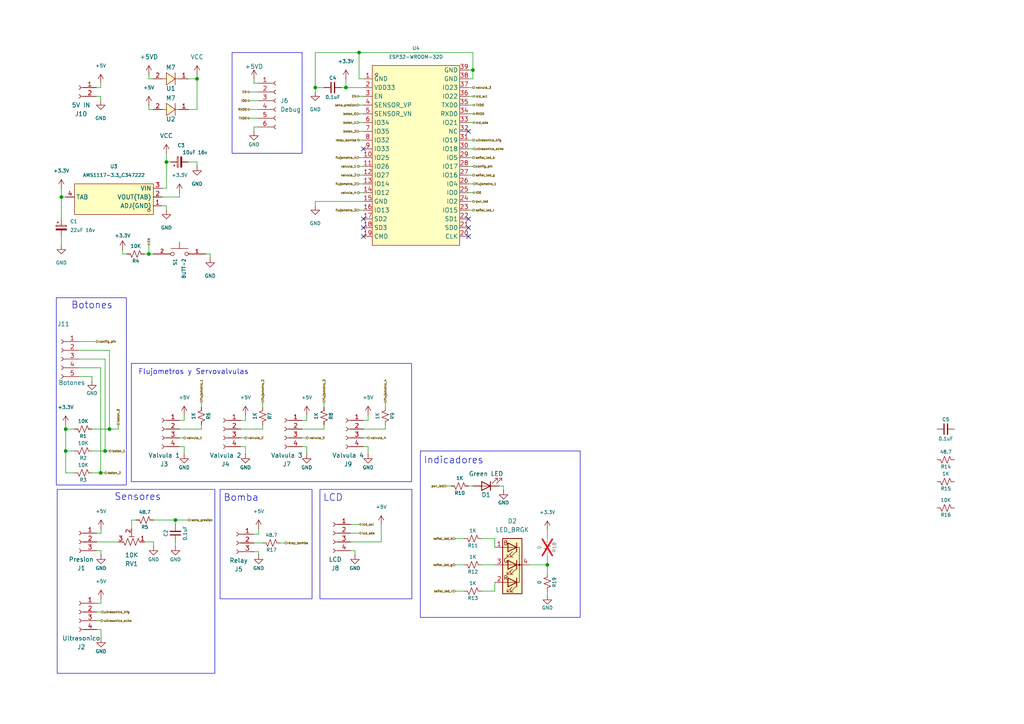
<source format=kicad_sch>
(kicad_sch (version 20250114) (generator "eeschema") (generator_version "9.0")
  (paper "A4")
  (lib_symbols
    (symbol "Connector:Conn_01x02_Socket" (pin_names (offset 1.016) (hide yes))
      (property "Reference" "J" (at 0 2.54 0))
      (property "Value" "Conn_01x02_Socket" (at 0 -5.08 0))
      (symbol "Conn_01x02_Socket_1_1"
        (pin passive line (at -5.08 0 0) (length 3.81) (name "Pin_1") (number "1"))
        (pin passive line (at -5.08 -2.54 0) (length 3.81) (name "Pin_2") (number "2"))
      )
    )
    (symbol "Connector:Conn_01x03_Socket" (pin_names (offset 1.016) (hide yes))
      (property "Reference" "J" (at 0 5.08 0))
      (property "Value" "Conn_01x03_Socket" (at 0 -5.08 0))
      (symbol "Conn_01x03_Socket_1_1"
        (pin passive line (at -5.08 2.54 0) (length 3.81) (name "Pin_1") (number "1"))
        (pin passive line (at -5.08 0 0) (length 3.81) (name "Pin_2") (number "2"))
        (pin passive line (at -5.08 -2.54 0) (length 3.81) (name "Pin_3") (number "3"))
      )
    )
    (symbol "Connector:Conn_01x04_Socket" (pin_names (offset 1.016) (hide yes))
      (property "Reference" "J" (at 0 5.08 0))
      (property "Value" "Conn_01x04_Socket" (at 0 -7.62 0))
      (symbol "Conn_01x04_Socket_1_1"
        (pin passive line (at -5.08 2.54 0) (length 3.81) (name "Pin_1") (number "1"))
        (pin passive line (at -5.08 0 0) (length 3.81) (name "Pin_2") (number "2"))
        (pin passive line (at -5.08 -2.54 0) (length 3.81) (name "Pin_3") (number "3"))
        (pin passive line (at -5.08 -5.08 0) (length 3.81) (name "Pin_4") (number "4"))
      )
    )
    (symbol "Connector:Conn_01x05_Socket" (pin_names (offset 1.016) (hide yes))
      (property "Reference" "J" (at 0 7.62 0))
      (property "Value" "Conn_01x05_Socket" (at 0 -7.62 0))
      (symbol "Conn_01x05_Socket_1_1"
        (pin passive line (at -5.08 5.08 0) (length 3.81) (name "Pin_1") (number "1"))
        (pin passive line (at -5.08 2.54 0) (length 3.81) (name "Pin_2") (number "2"))
        (pin passive line (at -5.08 0 0) (length 3.81) (name "Pin_3") (number "3"))
        (pin passive line (at -5.08 -2.54 0) (length 3.81) (name "Pin_4") (number "4"))
        (pin passive line (at -5.08 -5.08 0) (length 3.81) (name "Pin_5") (number "5"))
      )
    )
    (symbol "Connector:Conn_01x06_Socket" (pin_names (offset 1.016) (hide yes))
      (property "Reference" "J" (at 0 7.62 0))
      (property "Value" "Conn_01x06_Socket" (at 0 -10.16 0))
      (symbol "Conn_01x06_Socket_1_1"
        (pin passive line (at -5.08 5.08 0) (length 3.81) (name "Pin_1") (number "1"))
        (pin passive line (at -5.08 2.54 0) (length 3.81) (name "Pin_2") (number "2"))
        (pin passive line (at -5.08 0 0) (length 3.81) (name "Pin_3") (number "3"))
        (pin passive line (at -5.08 -2.54 0) (length 3.81) (name "Pin_4") (number "4"))
        (pin passive line (at -5.08 -5.08 0) (length 3.81) (name "Pin_5") (number "5"))
        (pin passive line (at -5.08 -7.62 0) (length 3.81) (name "Pin_6") (number "6"))
      )
    )
    (symbol "Device:C_Polarized_Small" (pin_numbers (hide yes)) (pin_names (offset 0.254) (hide yes))
      (property "Reference" "C" (at 0.254 1.778 0))
      (property "Value" "C_Polarized_Small" (at 0.254 -2.032 0))
      (symbol "C_Polarized_Small_1_1"
        (pin passive line (at 0 2.54 270) (length 1.8542) (name "~") (number "1"))
        (pin passive line (at 0 -2.54 90) (length 1.8542) (name "~") (number "2"))
      )
    )
    (symbol "Device:C_Small" (pin_numbers (hide yes)) (pin_names (offset 0.254) (hide yes))
      (property "Reference" "C" (at 0.254 1.778 0))
      (property "Value" "C_Small" (at 0.254 -2.032 0))
      (symbol "C_Small_1_1"
        (pin passive line (at 0 2.54 270) (length 2.032) (name "~") (number "1"))
        (pin passive line (at 0 -2.54 90) (length 2.032) (name "~") (number "2"))
      )
    )
    (symbol "Device:LED" (pin_numbers (hide yes)) (pin_names (offset 1.016) (hide yes))
      (property "Reference" "D" (at 0 2.54 0))
      (property "Value" "LED" (at 0 -2.54 0))
      (symbol "LED_1_1"
        (pin passive line (at -3.81 0 0) (length 2.54) (name "K") (number "1"))
        (pin passive line (at 3.81 0 180) (length 2.54) (name "A") (number "2"))
      )
    )
    (symbol "Device:LED_BRGK" (pin_names (offset 0) (hide yes))
      (property "Reference" "D" (at 0 9.398 0))
      (property "Value" "LED_BRGK" (at 0 -8.89 0))
      (symbol "LED_BRGK_0_0"
        (text "R" (at 1.905 3.81 0) (effects (font (size 1.27 1.27))))
        (text "G" (at 1.905 -1.27 0) (effects (font (size 1.27 1.27))))
        (text "B" (at 1.905 -6.35 0) (effects (font (size 1.27 1.27))))
      )
      (symbol "LED_BRGK_1_1"
        (pin passive line (at -5.08 0 0) (length 2.54) (name "K") (number "4"))
        (pin passive line (at 5.08 5.08 180) (length 2.54) (name "RA") (number "2"))
        (pin passive line (at 5.08 0 180) (length 2.54) (name "GA") (number "3"))
        (pin passive line (at 5.08 -5.08 180) (length 2.54) (name "BA") (number "1"))
      )
    )
    (symbol "Device:R_Potentiometer_Trim_US" (pin_names (offset 1.016) (hide yes))
      (property "Reference" "RV" (at -4.445 0 90))
      (property "Value" "R_Potentiometer_Trim_US" (at -2.54 0 90))
      (symbol "R_Potentiometer_Trim_US_1_1"
        (pin passive line (at 0 3.81 270) (length 1.27) (name "1") (number "1"))
        (pin passive line (at 0 -3.81 90) (length 1.27) (name "3") (number "3"))
        (pin passive line (at 3.81 0 180) (length 1.27) (name "2") (number "2"))
      )
    )
    (symbol "Device:R_Small_US" (pin_numbers (hide yes)) (pin_names (offset 0.254) (hide yes))
      (property "Reference" "R" (at 0.762 0.508 0))
      (property "Value" "R_Small_US" (at 0.762 -1.016 0))
      (symbol "R_Small_US_1_1"
        (pin passive line (at 0 2.54 270) (length 1.016) (name "~") (number "1"))
        (pin passive line (at 0 -2.54 90) (length 1.016) (name "~") (number "2"))
      )
    )
    (symbol "EasyEDA:AMS1117-3.3_C347222"
      (property "Reference" "U" (at 0 7.62 0))
      (property "Value" "AMS1117-3.3_C347222" (at 0 -7.62 0))
      (symbol "AMS1117-3.3_C347222_0_1"
        (pin unspecified line (at -15.24 2.54 0) (length 2.54) (name "ADJ(GND)") (number "1"))
        (pin unspecified line (at -15.24 0 0) (length 2.54) (name "VOUT(TAB)") (number "2"))
        (pin unspecified line (at -15.24 -2.54 0) (length 2.54) (name "VIN") (number "3"))
        (pin unspecified line (at 12.7 0 180) (length 2.54) (name "TAB") (number "4"))
      )
    )
    (symbol "EasyEDA:ESP32-WROOM-32D"
      (property "Reference" "U" (at 0 30.48 0))
      (property "Value" "ESP32-WROOM-32D" (at 0 -27.94 0))
      (symbol "ESP32-WROOM-32D_0_1"
        (pin unspecified line (at -15.24 22.86 0) (length 2.54) (name "GND") (number "1"))
        (pin unspecified line (at -15.24 20.32 0) (length 2.54) (name "VDD33") (number "2"))
        (pin unspecified line (at -15.24 17.78 0) (length 2.54) (name "EN") (number "3"))
        (pin unspecified line (at -15.24 15.24 0) (length 2.54) (name "SENSOR_VP") (number "4"))
        (pin unspecified line (at -15.24 12.7 0) (length 2.54) (name "SENSOR_VN") (number "5"))
        (pin unspecified line (at -15.24 10.16 0) (length 2.54) (name "IO34") (number "6"))
        (pin unspecified line (at -15.24 7.62 0) (length 2.54) (name "IO35") (number "7"))
        (pin unspecified line (at -15.24 5.08 0) (length 2.54) (name "IO32") (number "8"))
        (pin unspecified line (at -15.24 2.54 0) (length 2.54) (name "IO33") (number "9"))
        (pin unspecified line (at -15.24 0 0) (length 2.54) (name "IO25") (number "10"))
        (pin unspecified line (at -15.24 -2.54 0) (length 2.54) (name "IO26") (number "11"))
        (pin unspecified line (at -15.24 -5.08 0) (length 2.54) (name "IO27") (number "12"))
        (pin unspecified line (at -15.24 -7.62 0) (length 2.54) (name "IO14") (number "13"))
        (pin unspecified line (at -15.24 -10.16 0) (length 2.54) (name "IO12") (number "14"))
        (pin unspecified line (at -15.24 -12.7 0) (length 2.54) (name "GND") (number "15"))
        (pin unspecified line (at -15.24 -15.24 0) (length 2.54) (name "IO13") (number "16"))
        (pin unspecified line (at -15.24 -17.78 0) (length 2.54) (name "SD2") (number "17"))
        (pin unspecified line (at -15.24 -20.32 0) (length 2.54) (name "SD3") (number "18"))
        (pin unspecified line (at -15.24 -22.86 0) (length 2.54) (name "CMD") (number "19"))
        (pin unspecified line (at 15.24 25.4 180) (length 2.54) (name "GND") (number "39"))
        (pin unspecified line (at 15.24 22.86 180) (length 2.54) (name "GND") (number "38"))
        (pin unspecified line (at 15.24 20.32 180) (length 2.54) (name "IO23") (number "37"))
        (pin unspecified line (at 15.24 17.78 180) (length 2.54) (name "IO22") (number "36"))
        (pin unspecified line (at 15.24 15.24 180) (length 2.54) (name "TXD0") (number "35"))
        (pin unspecified line (at 15.24 12.7 180) (length 2.54) (name "RXD0") (number "34"))
        (pin unspecified line (at 15.24 10.16 180) (length 2.54) (name "IO21") (number "33"))
        (pin unspecified line (at 15.24 7.62 180) (length 2.54) (name "NC") (number "32"))
        (pin unspecified line (at 15.24 5.08 180) (length 2.54) (name "IO19") (number "31"))
        (pin unspecified line (at 15.24 2.54 180) (length 2.54) (name "IO18") (number "30"))
        (pin unspecified line (at 15.24 0 180) (length 2.54) (name "IO5") (number "29"))
        (pin unspecified line (at 15.24 -2.54 180) (length 2.54) (name "IO17") (number "28"))
        (pin unspecified line (at 15.24 -5.08 180) (length 2.54) (name "IO16") (number "27"))
        (pin unspecified line (at 15.24 -7.62 180) (length 2.54) (name "IO4") (number "26"))
        (pin unspecified line (at 15.24 -10.16 180) (length 2.54) (name "IO0") (number "25"))
        (pin unspecified line (at 15.24 -12.7 180) (length 2.54) (name "IO2") (number "24"))
        (pin unspecified line (at 15.24 -15.24 180) (length 2.54) (name "IO15") (number "23"))
        (pin unspecified line (at 15.24 -17.78 180) (length 2.54) (name "SD1") (number "22"))
        (pin unspecified line (at 15.24 -20.32 180) (length 2.54) (name "SD0") (number "21"))
        (pin unspecified line (at 15.24 -22.86 180) (length 2.54) (name "CLK") (number "20"))
      )
    )
    (symbol "EasyEDA:M7_C2902910"
      (property "Reference" "U" (at 0 5.08 0))
      (property "Value" "M7" (at 0 -5.08 0))
      (symbol "M7_C2902910_1_1"
        (pin unspecified line (at -5.08 0 0) (length 2.54) (name "") (number "1"))
        (pin unspecified line (at 5.08 0 180) (length 2.54) (name "") (number "2"))
      )
    )
    (symbol "Snapeda:BUTT-2" (pin_names (offset 1.016))
      (property "Reference" "S" (at -5.08 3.81 0))
      (property "Value" "BUTT-2" (at -5.08 -3.81 0))
      (symbol "BUTT-2_0_0"
        (pin passive line (at -7.62 0 0) (length 5.08) (name "~") (number "1"))
        (pin passive line (at 7.62 0 180) (length 5.08) (name "~") (number "2"))
      )
    )
    (symbol "power:+3.3V" (power) (pin_numbers (hide yes)) (pin_names (offset 0) (hide yes))
      (property "Value" "+3.3V" (at 0 3.556 0))
      (symbol "+3.3V_1_1"
        (pin power_in line (at 0 0 90) (length 0) (name "~") (number "1"))
      )
    )
    (symbol "power:+5V" (power) (pin_numbers (hide yes)) (pin_names (offset 0) (hide yes))
      (property "Value" "+5V" (at 0 3.556 0))
      (symbol "+5V_1_1"
        (pin power_in line (at 0 0 90) (length 0) (name "~") (number "1"))
      )
    )
    (symbol "power:+5VD" (power) (pin_numbers (hide yes)) (pin_names (offset 0) (hide yes))
      (property "Value" "+5VD" (at 0 3.556 0))
      (symbol "+5VD_1_1"
        (pin power_in line (at 0 0 90) (length 0) (name "~") (number "1"))
      )
    )
    (symbol "power:GND" (power) (pin_numbers (hide yes)) (pin_names (offset 0) (hide yes))
      (property "Value" "GND" (at 0 -3.81 0))
      (symbol "GND_1_1"
        (pin power_in line (at 0 0 270) (length 0) (name "~") (number "1"))
      )
    )
    (symbol "power:VCC" (power) (pin_numbers (hide yes)) (pin_names (offset 0) (hide yes))
      (property "Value" "VCC" (at 0 3.556 0))
      (symbol "VCC_1_1"
        (pin power_in line (at 0 0 90) (length 0) (name "~") (number "1"))
      )
    )
  )
  (rectangle (start 67.31 15.24) (end 87.63 44.45))
  (rectangle (start 16.3368 86.3599) (end 36.6568 140.6707))
  (rectangle (start 63.8348 141.9407) (end 90.5048 173.6907))
  (rectangle (start 92.7908 141.9407) (end 119.4608 173.6907))
  (rectangle (start 38.1 105.41) (end 119.38 139.7))
  (rectangle (start 121.92 130.81) (end 168.275 179.07))
  (rectangle (start 16.5908 141.9407) (end 62.3108 195.2807))
  (text "Botones" (at 26.67 88.646 0) (effects (font (size 2 2))))
  (text "Indicadores" (at 131.572 133.604 0) (effects (font (size 2 2))))
  (text "Bomba" (at 69.9308 144.4807 0) (effects (font (size 2 2))))
  (text "Flujometros y Servovalvulas" (at 56.134 107.95 0) (effects (font (size 1.5 1.5))))
  (text "Sensores" (at 39.9588 144.2267 0) (effects (font (size 2 2))))
  (text "LCD" (at 96.6008 144.4807 0) (effects (font (size 2 2))))
  (junction (at 104.14 15.24))
  (junction (at 158.75 163.83))
  (junction (at 100.33 25.4))
  (junction (at 48.26 46.99))
  (junction (at 43.18 73.66))
  (junction (at 30.48 130.81))
  (junction (at 19.05 124.46))
  (junction (at 50.8808 150.8307))
  (junction (at 137.16 20.32))
  (junction (at 19.05 130.81))
  (junction (at 31.75 124.46))
  (junction (at 29.21 137.16))
  (junction (at 17.78 57.15))
  (junction (at 57.15 22.86))
  (junction (at 91.44 25.4))
  (no_connect (at 105.41 43.18))
  (no_connect (at 105.41 68.58))
  (no_connect (at 135.89 38.1))
  (no_connect (at 135.89 66.04))
  (no_connect (at 105.41 63.5))
  (no_connect (at 135.89 68.58))
  (no_connect (at 105.41 66.04))
  (no_connect (at 135.89 63.5))
  (wire (pts (xy 135.89 25.4) (xy 137.16 25.4)))
  (wire (pts (xy 101.6808 152.1007) (xy 104.2208 152.1007)))
  (wire (pts (xy 91.44 15.24) (xy 91.44 25.4)))
  (wire (pts (xy 146.05 142.24) (xy 146.05 140.97)))
  (wire (pts (xy 93.98 123.19) (xy 93.98 124.46)))
  (wire (pts (xy 29.2908 153.3707) (xy 29.2908 154.6407)))
  (wire (pts (xy 52.07 127) (xy 53.34 127)))
  (wire (pts (xy 58.42 123.19) (xy 58.42 124.46)))
  (wire (pts (xy 38.1808 150.8307) (xy 39.4508 150.8307)))
  (wire (pts (xy 29.2908 185.1207) (xy 29.2908 182.5807)))
  (wire (pts (xy 91.44 59.69) (xy 91.44 58.42)))
  (wire (pts (xy 31.75 124.46) (xy 34.29 124.46)))
  (wire (pts (xy 35.56 72.39) (xy 35.56 73.66)))
  (wire (pts (xy 46.99 57.15) (xy 52.07 57.15)))
  (wire (pts (xy 75.0108 160.9907) (xy 75.0108 160.02)))
  (wire (pts (xy 87.63 127) (xy 88.9 127)))
  (wire (pts (xy 93.98 116.84) (xy 93.98 118.11)))
  (wire (pts (xy 48.26 46.99) (xy 48.26 54.61)))
  (wire (pts (xy 135.89 40.64) (xy 137.16 40.64)))
  (wire (pts (xy 22.86 109.22) (xy 26.67 109.22)))
  (wire (pts (xy 129.54 140.97) (xy 130.81 140.97)))
  (wire (pts (xy 137.16 20.32) (xy 137.16 15.24)))
  (wire (pts (xy 132.08 163.83) (xy 134.62 163.83)))
  (wire (pts (xy 143.51 156.21) (xy 143.51 158.75)))
  (wire (pts (xy 135.89 58.42) (xy 137.16 58.42)))
  (wire (pts (xy 104.14 40.64) (xy 105.41 40.64)))
  (wire (pts (xy 73.66 36.83) (xy 74.93 36.83)))
  (wire (pts (xy 28.0208 174.9607) (xy 29.2908 174.9607)))
  (wire (pts (xy 143.51 171.45) (xy 143.51 168.91)))
  (wire (pts (xy 54.61 46.99) (xy 57.15 46.99)))
  (wire (pts (xy 69.85 121.92) (xy 71.2008 121.92)))
  (wire (pts (xy 106.7608 129.54) (xy 105.41 129.54)))
  (wire (pts (xy 28.0208 177.5007) (xy 29.2908 177.5007)))
  (wire (pts (xy 76.2 123.19) (xy 76.2 124.46)))
  (wire (pts (xy 53.4208 129.54) (xy 52.07 129.54)))
  (wire (pts (xy 22.86 104.14) (xy 30.48 104.14)))
  (wire (pts (xy 135.89 35.56) (xy 137.16 35.56)))
  (wire (pts (xy 52.07 57.15) (xy 52.07 55.88)))
  (wire (pts (xy 135.89 45.72) (xy 137.16 45.72)))
  (wire (pts (xy 104.14 55.88) (xy 105.41 55.88)))
  (wire (pts (xy 104.14 60.96) (xy 105.41 60.96)))
  (wire (pts (xy 88.9808 129.54) (xy 87.63 129.54)))
  (wire (pts (xy 72.39 29.21) (xy 74.93 29.21)))
  (wire (pts (xy 135.89 20.32) (xy 137.16 20.32)))
  (wire (pts (xy 34.29 123.19) (xy 34.29 124.46)))
  (wire (pts (xy 29.21 27.94) (xy 27.94 27.94)))
  (wire (pts (xy 139.7 156.21) (xy 143.51 156.21)))
  (wire (pts (xy 43.18 30.48) (xy 43.18 31.75)))
  (wire (pts (xy 50.8808 150.8307) (xy 54.6908 150.8307)))
  (wire (pts (xy 57.15 22.86) (xy 57.15 31.75)))
  (wire (pts (xy 73.66 22.86) (xy 73.66 24.13)))
  (wire (pts (xy 106.7608 121.92) (xy 106.7608 120.3507)))
  (wire (pts (xy 139.7 171.45) (xy 143.51 171.45)))
  (wire (pts (xy 30.48 130.81) (xy 31.75 130.81)))
  (wire (pts (xy 48.26 59.69) (xy 48.26 60.96)))
  (wire (pts (xy 76.2 116.84) (xy 76.2 118.11)))
  (wire (pts (xy 71.2008 129.54) (xy 69.85 129.54)))
  (wire (pts (xy 137.16 22.86) (xy 137.16 20.32)))
  (wire (pts (xy 29.2908 154.6407) (xy 28.0208 154.6407)))
  (wire (pts (xy 26.67 109.22) (xy 26.67 110.49)))
  (wire (pts (xy 104.14 33.02) (xy 105.41 33.02)))
  (wire (pts (xy 110.5708 157.1807) (xy 101.6808 157.1807)))
  (wire (pts (xy 31.75 101.6) (xy 31.75 124.46)))
  (wire (pts (xy 53.4208 131.7807) (xy 53.4208 129.54)))
  (wire (pts (xy 50.8808 157.1807) (xy 50.8808 158.4507)))
  (wire (pts (xy 19.05 124.46) (xy 19.05 130.81)))
  (wire (pts (xy 44.5308 157.1807) (xy 41.9908 157.1807)))
  (wire (pts (xy 43.18 73.66) (xy 44.45 73.66)))
  (wire (pts (xy 73.66 24.13) (xy 74.93 24.13)))
  (wire (pts (xy 43.18 21.59) (xy 43.18 22.86)))
  (wire (pts (xy 158.75 171.45) (xy 158.75 172.72)))
  (wire (pts (xy 29.2908 159.7207) (xy 28.0208 159.7207)))
  (wire (pts (xy 104.14 15.24) (xy 104.14 22.86)))
  (wire (pts (xy 38.1808 153.3707) (xy 38.1808 150.8307)))
  (wire (pts (xy 135.89 48.26) (xy 137.16 48.26)))
  (wire (pts (xy 28.0208 180.0407) (xy 29.2908 180.0407)))
  (wire (pts (xy 132.08 171.45) (xy 134.62 171.45)))
  (wire (pts (xy 50.8808 150.8307) (xy 50.8808 152.1007)))
  (wire (pts (xy 52.07 121.92) (xy 53.4208 121.92)))
  (wire (pts (xy 69.85 127) (xy 71.12 127)))
  (wire (pts (xy 71.2008 121.92) (xy 71.2008 120.3507)))
  (wire (pts (xy 105.41 22.86) (xy 104.14 22.86)))
  (wire (pts (xy 104.14 45.72) (xy 105.41 45.72)))
  (wire (pts (xy 158.75 161.29) (xy 158.75 163.83)))
  (wire (pts (xy 30.48 104.14) (xy 30.48 130.81)))
  (wire (pts (xy 135.89 43.18) (xy 137.16 43.18)))
  (wire (pts (xy 73.66 157.48) (xy 76.2 157.48)))
  (wire (pts (xy 43.18 73.66) (xy 41.91 73.66)))
  (wire (pts (xy 135.89 140.97) (xy 137.16 140.97)))
  (wire (pts (xy 54.61 31.75) (xy 57.15 31.75)))
  (wire (pts (xy 104.14 53.34) (xy 105.41 53.34)))
  (wire (pts (xy 22.86 101.6) (xy 31.75 101.6)))
  (wire (pts (xy 132.08 156.21) (xy 134.62 156.21)))
  (wire (pts (xy 91.44 25.4) (xy 93.98 25.4)))
  (wire (pts (xy 87.63 121.92) (xy 88.9808 121.92)))
  (wire (pts (xy 100.33 22.86) (xy 100.33 25.4)))
  (wire (pts (xy 72.39 34.29) (xy 74.93 34.29)))
  (wire (pts (xy 28.0208 157.1807) (xy 34.3708 157.1807)))
  (wire (pts (xy 158.75 153.67) (xy 158.75 156.21)))
  (wire (pts (xy 104.14 48.26) (xy 105.41 48.26)))
  (wire (pts (xy 110.5708 152.1007) (xy 110.5708 157.1807)))
  (wire (pts (xy 101.6808 154.6407) (xy 104.2208 154.6407)))
  (wire (pts (xy 43.18 31.75) (xy 44.45 31.75)))
  (wire (pts (xy 135.89 60.96) (xy 137.16 60.96)))
  (wire (pts (xy 135.89 55.88) (xy 137.16 55.88)))
  (wire (pts (xy 76.2 124.46) (xy 69.85 124.46)))
  (wire (pts (xy 93.98 124.46) (xy 87.63 124.46)))
  (wire (pts (xy 91.44 58.42) (xy 105.41 58.42)))
  (wire (pts (xy 19.05 123.19) (xy 19.05 124.46)))
  (wire (pts (xy 146.05 140.97) (xy 144.78 140.97)))
  (wire (pts (xy 105.41 127) (xy 106.68 127)))
  (wire (pts (xy 27.94 25.4) (xy 29.21 25.4)))
  (wire (pts (xy 35.56 73.66) (xy 36.83 73.66)))
  (wire (pts (xy 46.99 59.69) (xy 48.26 59.69)))
  (wire (pts (xy 101.6808 159.7207) (xy 102.9508 159.7207)))
  (wire (pts (xy 105.41 121.92) (xy 106.7608 121.92)))
  (wire (pts (xy 29.21 24.13) (xy 29.21 25.4)))
  (wire (pts (xy 102.9508 159.7207) (xy 102.9508 160.9907)))
  (wire (pts (xy 58.42 124.46) (xy 52.07 124.46)))
  (wire (pts (xy 111.76 123.19) (xy 111.76 124.46)))
  (wire (pts (xy 135.89 30.48) (xy 137.16 30.48)))
  (wire (pts (xy 104.14 38.1) (xy 105.41 38.1)))
  (wire (pts (xy 29.21 29.21) (xy 29.21 27.94)))
  (wire (pts (xy 104.14 35.56) (xy 105.41 35.56)))
  (wire (pts (xy 106.7608 131.7807) (xy 106.7608 129.54)))
  (wire (pts (xy 137.16 15.24) (xy 104.14 15.24)))
  (wire (pts (xy 57.15 21.59) (xy 57.15 22.86)))
  (wire (pts (xy 21.59 130.81) (xy 19.05 130.81)))
  (wire (pts (xy 43.18 22.86) (xy 44.45 22.86)))
  (wire (pts (xy 29.21 137.16) (xy 30.48 137.16)))
  (wire (pts (xy 26.67 130.81) (xy 30.48 130.81)))
  (wire (pts (xy 53.4208 121.92) (xy 53.4208 120.3507)))
  (wire (pts (xy 48.26 44.45) (xy 48.26 46.99)))
  (wire (pts (xy 29.2908 160.9907) (xy 29.2908 159.7207)))
  (wire (pts (xy 72.39 26.67) (xy 74.93 26.67)))
  (wire (pts (xy 71.2008 131.7807) (xy 71.2008 129.54)))
  (wire (pts (xy 26.67 124.46) (xy 31.75 124.46)))
  (wire (pts (xy 111.76 116.84) (xy 111.76 118.11)))
  (wire (pts (xy 91.44 15.24) (xy 104.14 15.24)))
  (wire (pts (xy 111.76 124.46) (xy 105.41 124.46)))
  (wire (pts (xy 73.66 38.1) (xy 73.66 36.83)))
  (wire (pts (xy 104.14 30.48) (xy 105.41 30.48)))
  (wire (pts (xy 17.78 57.15) (xy 17.78 63.5)))
  (wire (pts (xy 88.9808 121.92) (xy 88.9808 120.3507)))
  (wire (pts (xy 29.2908 182.5807) (xy 28.0208 182.5807)))
  (wire (pts (xy 44.5308 150.8307) (xy 50.8808 150.8307)))
  (wire (pts (xy 57.15 46.99) (xy 57.15 48.26)))
  (wire (pts (xy 75.0108 154.94) (xy 75.0108 153.3707)))
  (wire (pts (xy 88.9808 131.7807) (xy 88.9808 129.54)))
  (wire (pts (xy 44.5308 158.4507) (xy 44.5308 157.1807)))
  (wire (pts (xy 91.44 26.67) (xy 91.44 25.4)))
  (wire (pts (xy 57.15 22.86) (xy 54.61 22.86)))
  (wire (pts (xy 59.69 73.66) (xy 60.96 73.66)))
  (wire (pts (xy 60.96 73.66) (xy 60.96 74.93)))
  (wire (pts (xy 22.86 99.06) (xy 27.94 99.06)))
  (wire (pts (xy 29.21 106.68) (xy 29.21 137.16)))
  (wire (pts (xy 72.39 31.75) (xy 74.93 31.75)))
  (wire (pts (xy 21.59 137.16) (xy 19.05 137.16)))
  (wire (pts (xy 100.33 25.4) (xy 105.41 25.4)))
  (wire (pts (xy 46.99 54.61) (xy 48.26 54.61)))
  (wire (pts (xy 158.75 163.83) (xy 158.75 166.37)))
  (wire (pts (xy 104.14 50.8) (xy 105.41 50.8)))
  (wire (pts (xy 17.78 57.15) (xy 19.05 57.15)))
  (wire (pts (xy 81.28 157.48) (xy 82.55 157.48)))
  (wire (pts (xy 19.05 124.46) (xy 21.59 124.46)))
  (wire (pts (xy 22.86 106.68) (xy 29.21 106.68)))
  (wire (pts (xy 75.0108 154.94) (xy 73.66 154.94)))
  (wire (pts (xy 135.89 27.94) (xy 137.16 27.94)))
  (wire (pts (xy 29.2908 174.9607) (xy 29.2908 173.6907)))
  (wire (pts (xy 135.89 50.8) (xy 137.16 50.8)))
  (wire (pts (xy 43.18 71.12) (xy 43.18 73.66)))
  (wire (pts (xy 135.89 53.34) (xy 137.16 53.34)))
  (wire (pts (xy 19.05 130.81) (xy 19.05 137.16)))
  (wire (pts (xy 17.78 68.58) (xy 17.78 71.12)))
  (wire (pts (xy 139.7 163.83) (xy 143.51 163.83)))
  (wire (pts (xy 48.26 46.99) (xy 49.53 46.99)))
  (wire (pts (xy 135.89 33.02) (xy 137.16 33.02)))
  (wire (pts (xy 99.06 25.4) (xy 100.33 25.4)))
  (wire (pts (xy 26.67 137.16) (xy 29.21 137.16)))
  (wire (pts (xy 135.89 22.86) (xy 137.16 22.86)))
  (wire (pts (xy 104.14 27.94) (xy 105.41 27.94)))
  (wire (pts (xy 17.78 57.15) (xy 17.78 54.61)))
  (wire (pts (xy 153.67 163.83) (xy 158.75 163.83)))
  (wire (pts (xy 75.0108 160.02) (xy 73.66 160.02)))
  (wire (pts (xy 58.42 116.84) (xy 58.42 118.11)))
  (hierarchical_label "señal_led_r" (shape output) (at 137.16 60.96 0) (effects (font (size 0.635 0.635))))
  (hierarchical_label "ultrasonico_echo" (shape input) (at 137.16 43.18 0) (effects (font (size 0.635 0.635))))
  (hierarchical_label "señal_led_r" (shape input) (at 132.08 171.45 180) (effects (font (size 0.635 0.635))))
  (hierarchical_label "EN" (shape bidirectional) (at 104.14 27.94 180) (effects (font (size 0.635 0.635))))
  (hierarchical_label "flujometro_2" (shape input) (at 76.2 116.84 90) (effects (font (size 0.635 0.635))))
  (hierarchical_label "valvula_4" (shape output) (at 104.14 55.88 180) (effects (font (size 0.635 0.635))))
  (hierarchical_label "boton_2" (shape output) (at 30.48 137.16 0) (effects (font (size 0.635 0.635))))
  (hierarchical_label "valvula_3" (shape output) (at 88.9 127 0) (effects (font (size 0.635 0.635))))
  (hierarchical_label "ultrasonico_echo" (shape output) (at 29.2908 180.0407 0) (effects (font (size 0.635 0.635))))
  (hierarchical_label "pwr_led" (shape output) (at 137.16 58.42 0) (effects (font (size 0.635 0.635))))
  (hierarchical_label "señal_led_b" (shape output) (at 137.16 45.72 0) (effects (font (size 0.635 0.635))))
  (hierarchical_label "config_pin" (shape output) (at 27.94 99.06 0) (effects (font (size 0.635 0.635))))
  (hierarchical_label "relay_bomba" (shape input) (at 82.55 157.48 0) (effects (font (size 0.635 0.635))))
  (hierarchical_label "valvula_1" (shape output) (at 104.14 48.26 180) (effects (font (size 0.635 0.635))))
  (hierarchical_label "RXD0" (shape bidirectional) (at 72.39 31.75 180) (effects (font (size 0.635 0.635))))
  (hierarchical_label "lcd_scl" (shape bidirectional) (at 104.2208 152.1007 0) (effects (font (size 0.635 0.635))))
  (hierarchical_label "ultrasonico_trig" (shape input) (at 29.2908 177.5007 0) (effects (font (size 0.635 0.635))))
  (hierarchical_label "IO0" (shape bidirectional) (at 72.39 29.21 180) (effects (font (size 0.635 0.635))))
  (hierarchical_label "flujometro_2" (shape input) (at 104.14 53.34 180) (effects (font (size 0.635 0.635))))
  (hierarchical_label "lcd_sda" (shape bidirectional) (at 137.16 35.56 0) (effects (font (size 0.635 0.635))))
  (hierarchical_label "config_pin" (shape input) (at 137.16 48.26 0) (effects (font (size 0.635 0.635))))
  (hierarchical_label "ultrasonico_trig" (shape output) (at 137.16 40.64 0) (effects (font (size 0.635 0.635))))
  (hierarchical_label "señal_led_g" (shape output) (at 137.16 50.8 0) (effects (font (size 0.635 0.635))))
  (hierarchical_label "valvula_3" (shape output) (at 137.16 25.4 0) (effects (font (size 0.635 0.635))))
  (hierarchical_label "TXD0" (shape bidirectional) (at 137.16 30.48 0) (effects (font (size 0.635 0.635))))
  (hierarchical_label "valvula_2" (shape output) (at 71.12 127 0) (effects (font (size 0.635 0.635))))
  (hierarchical_label "boton_0" (shape input) (at 104.14 33.02 180) (effects (font (size 0.635 0.635))))
  (hierarchical_label "TXD0" (shape bidirectional) (at 72.39 34.29 180) (effects (font (size 0.635 0.635))))
  (hierarchical_label "flujometro_3" (shape input) (at 104.14 60.96 180) (effects (font (size 0.635 0.635))))
  (hierarchical_label "flujometro_1" (shape input) (at 58.42 116.84 90) (effects (font (size 0.635 0.635))))
  (hierarchical_label "señal_led_b" (shape input) (at 132.08 156.21 180) (effects (font (size 0.635 0.635))))
  (hierarchical_label "RXD0" (shape bidirectional) (at 137.16 33.02 0) (effects (font (size 0.635 0.635))))
  (hierarchical_label "boton_1" (shape input) (at 104.14 35.56 180) (effects (font (size 0.635 0.635))))
  (hierarchical_label "lcd_sda" (shape bidirectional) (at 104.2208 154.6407 0) (effects (font (size 0.635 0.635))))
  (hierarchical_label "flujometro_3" (shape input) (at 93.98 116.84 90) (effects (font (size 0.635 0.635))))
  (hierarchical_label "valvula_1" (shape output) (at 53.34 127 0) (effects (font (size 0.635 0.635))))
  (hierarchical_label "flujometro_4" (shape input) (at 104.14 45.72 180) (effects (font (size 0.635 0.635))))
  (hierarchical_label "valvula_4" (shape output) (at 106.68 127 0) (effects (font (size 0.635 0.635))))
  (hierarchical_label "pwr_led" (shape input) (at 129.54 140.97 180) (effects (font (size 0.635 0.635))))
  (hierarchical_label "boton_1" (shape output) (at 31.75 130.81 0) (effects (font (size 0.635 0.635))))
  (hierarchical_label "IO0" (shape bidirectional) (at 137.16 55.88 0) (effects (font (size 0.635 0.635))))
  (hierarchical_label "boton_2" (shape input) (at 104.14 38.1 180) (effects (font (size 0.635 0.635))))
  (hierarchical_label "flujometro_4" (shape input) (at 111.76 116.84 90) (effects (font (size 0.635 0.635))))
  (hierarchical_label "relay_bomba" (shape output) (at 104.14 40.64 180) (effects (font (size 0.635 0.635))))
  (hierarchical_label "sens_presion" (shape input) (at 104.14 30.48 180) (effects (font (size 0.635 0.635))))
  (hierarchical_label "boton_0" (shape output) (at 34.29 123.19 90) (effects (font (size 0.635 0.635))))
  (hierarchical_label "EN" (shape bidirectional) (at 43.18 71.12 90) (effects (font (size 0.635 0.635))))
  (hierarchical_label "lcd_scl" (shape bidirectional) (at 137.16 27.94 0) (effects (font (size 0.635 0.635))))
  (hierarchical_label "EN" (shape bidirectional) (at 72.39 26.67 180) (effects (font (size 0.635 0.635))))
  (hierarchical_label "flujometro_1" (shape input) (at 137.16 53.34 0) (effects (font (size 0.635 0.635))))
  (hierarchical_label "valvula_2" (shape output) (at 104.14 50.8 180) (effects (font (size 0.635 0.635))))
  (hierarchical_label "señal_led_g" (shape input) (at 132.08 163.83 180) (effects (font (size 0.635 0.635))))
  (hierarchical_label "sens_presion" (shape output) (at 54.6908 150.8307 0) (effects (font (size 0.635 0.635))))
  (symbol (lib_id "Connector:Conn_01x04_Socket") (at 100.33 124.46 0) (mirror y) (unit 1)
    (property "Reference" "J9" (at 100.965 134.62 0))
    (property "Value" "Valvula 4" (at 100.965 132.08 0))
    (property "Footprint" "Connector_Molex:Molex_KK-254_AE-6410-04A_1x04_P2.54mm_Vertical" (effects (hide yes)))
    (property "Description" "Generic connector, single row, 01x04, script generated" (effects (hide yes)))
  )
  (symbol (lib_id "Connector:Conn_01x04_Socket") (at 82.55 124.46 0) (mirror y) (unit 1)
    (property "Reference" "J7" (at 83.185 134.62 0))
    (property "Value" "Valvula 3" (at 83.185 132.08 0))
    (property "Footprint" "Connector_Molex:Molex_KK-254_AE-6410-04A_1x04_P2.54mm_Vertical" (effects (hide yes)))
    (property "Description" "Generic connector, single row, 01x04, script generated" (effects (hide yes)))
  )
  (symbol (lib_id "power:GND") (at 57.15 48.26 0) (unit 1)
    (property "Reference" "#PWR023" (effects (hide yes)))
    (property "Value" "GND" (at 57.15 53.34 0) (effects (font (size 1 1))))
    (property "Description" "Power symbol creates a global label with name \"GND\" , ground" (effects (hide yes)))
  )
  (symbol (lib_id "Device:R_Small_US") (at 137.16 163.83 90) (mirror x) (unit 1)
    (property "Reference" "R12" (at 137.16 165.862 90) (effects (font (size 1 1))))
    (property "Value" "1K" (at 137.16 161.544 90) (effects (font (size 1 1))))
    (property "Footprint" "Resistor_SMD:R_0805_2012Metric_Pad1.20x1.40mm_HandSolder" (effects (hide yes)))
    (property "Description" "Resistor, small US symbol" (effects (hide yes)))
  )
  (symbol (lib_id "Device:R_Small_US") (at 274.32 139.7 90) (mirror x) (unit 1) (in_bom no) (on_board no)
    (property "Reference" "R15" (at 274.32 141.732 90) (effects (font (size 1 1))))
    (property "Value" "1K" (at 274.32 137.414 90) (effects (font (size 1 1))))
    (property "Footprint" "Resistor_SMD:R_0805_2012Metric_Pad1.20x1.40mm_HandSolder" (effects (hide yes)))
    (property "Description" "Resistor, small US symbol" (effects (hide yes)))
  )
  (symbol (lib_id "Device:R_Small_US") (at 133.35 140.97 90) (mirror x) (unit 1)
    (property "Reference" "R10" (at 133.35 143.002 90) (effects (font (size 1 1))))
    (property "Value" "1K" (at 133.35 138.684 90) (effects (font (size 1 1))))
    (property "Footprint" "Resistor_SMD:R_0805_2012Metric_Pad1.20x1.40mm_HandSolder" (effects (hide yes)))
    (property "Description" "Resistor, small US symbol" (effects (hide yes)))
  )
  (symbol (lib_id "Device:R_Small_US") (at 274.32 147.32 90) (mirror x) (unit 1) (in_bom no) (on_board no)
    (property "Reference" "R16" (at 274.32 149.352 90) (effects (font (size 1 1))))
    (property "Value" "10K" (at 274.32 145.034 90) (effects (font (size 1 1))))
    (property "Footprint" "Resistor_SMD:R_0805_2012Metric_Pad1.20x1.40mm_HandSolder" (effects (hide yes)))
    (property "Description" "Resistor, small US symbol" (effects (hide yes)))
  )
  (symbol (lib_id "power:GND") (at 158.75 172.72 0) (unit 1)
    (property "Reference" "#PWR041" (effects (hide yes)))
    (property "Value" "GND" (at 158.75 176.276 0) (effects (font (size 1 1))))
    (property "Description" "Power symbol creates a global label with name \"GND\" , ground" (effects (hide yes)))
  )
  (symbol (lib_id "power:GND") (at 29.2908 160.9907 0) (unit 1)
    (property "Reference" "#PWR011" (effects (hide yes)))
    (property "Value" "GND" (at 29.2908 164.8007 0) (effects (font (size 1 1))))
    (property "Description" "Power symbol creates a global label with name \"GND\" , ground" (effects (hide yes)))
  )
  (symbol (lib_id "power:GND") (at 102.9508 160.9907 0) (unit 1)
    (property "Reference" "#PWR036" (effects (hide yes)))
    (property "Value" "GND" (at 102.9508 164.8007 0) (effects (font (size 1 1))))
    (property "Description" "Power symbol creates a global label with name \"GND\" , ground" (effects (hide yes)))
  )
  (symbol (lib_id "power:+5VD") (at 43.18 21.59 0) (unit 1)
    (property "Reference" "#PWR01" (effects (hide yes)))
    (property "Value" "+5VD" (at 43.18 16.51 0))
    (property "Description" "Power symbol creates a global label with name \"+5VD\"" (effects (hide yes)))
  )
  (symbol (lib_id "Device:C_Polarized_Small") (at 52.07 46.99 90) (unit 1)
    (property "Reference" "C3" (at 53.594 42.164 90) (effects (font (size 1 1)) (justify left)))
    (property "Value" "10uF 16v" (at 60.198 44.196 90) (effects (font (size 1 1)) (justify left)))
    (property "Footprint" "Capacitor_THT:CP_Radial_D6.3mm_P2.50mm" (effects (hide yes)))
    (property "Description" "Polarized capacitor, small symbol" (effects (hide yes)))
  )
  (symbol (lib_id "power:+5V") (at 43.18 30.48 0) (unit 1)
    (property "Reference" "#PWR02" (effects (hide yes)))
    (property "Value" "+5V" (at 43.18 25.4 0) (effects (font (size 1 1))))
    (property "Description" "Power symbol creates a global label with name \"+5V\"" (effects (hide yes)))
  )
  (symbol (lib_id "power:+5V") (at 29.2908 173.6907 0) (unit 1)
    (property "Reference" "#PWR012" (effects (hide yes)))
    (property "Value" "+5V" (at 29.2908 168.6107 0) (effects (font (size 1 1))))
    (property "Description" "Power symbol creates a global label with name \"+5V\"" (effects (hide yes)))
  )
  (symbol (lib_id "Device:R_Potentiometer_Trim_US") (at 38.1808 157.1807 270) (mirror x) (unit 1)
    (property "Reference" "RV1" (at 38.1808 163.5307 90))
    (property "Value" "10K" (at 38.1808 160.9907 90))
    (property "Footprint" "Potentiometer_THT:Potentiometer_Runtron_RM-065_Vertical" (effects (hide yes)))
    (property "Description" "Trim-potentiometer, US symbol" (effects (hide yes)))
  )
  (symbol (lib_id "Device:R_Small_US") (at 76.2 120.65 0) (mirror x) (unit 1)
    (property "Reference" "R7" (at 78.232 120.65 90) (effects (font (size 1 1))))
    (property "Value" "1K" (at 73.914 120.65 90) (effects (font (size 1 1))))
    (property "Footprint" "Resistor_SMD:R_0805_2012Metric_Pad1.20x1.40mm_HandSolder" (effects (hide yes)))
    (property "Description" "Resistor, small US symbol" (effects (hide yes)))
  )
  (symbol (lib_id "power:+5VD") (at 73.66 22.86 0) (unit 1)
    (property "Reference" "#PWR027" (effects (hide yes)))
    (property "Value" "+5VD" (at 73.66 19.304 0))
    (property "Description" "Power symbol creates a global label with name \"+5VD\"" (effects (hide yes)))
  )
  (symbol (lib_id "Device:R_Small_US") (at 93.98 120.65 0) (mirror x) (unit 1)
    (property "Reference" "R8" (at 96.012 120.65 90) (effects (font (size 1 1))))
    (property "Value" "1K" (at 91.694 120.65 90) (effects (font (size 1 1))))
    (property "Footprint" "Resistor_SMD:R_0805_2012Metric_Pad1.20x1.40mm_HandSolder" (effects (hide yes)))
    (property "Description" "Resistor, small US symbol" (effects (hide yes)))
  )
  (symbol (lib_id "power:+5V") (at 75.0108 153.3707 0) (unit 1)
    (property "Reference" "#PWR029" (effects (hide yes)))
    (property "Value" "+5V" (at 75.0108 148.2907 0) (effects (font (size 1 1))))
    (property "Description" "Power symbol creates a global label with name \"+5V\"" (effects (hide yes)))
  )
  (symbol (lib_id "power:GND") (at 17.78 71.12 0) (unit 1)
    (property "Reference" "#PWR04" (effects (hide yes)))
    (property "Value" "GND" (at 17.78 76.2 0) (effects (font (size 1 1))))
    (property "Description" "Power symbol creates a global label with name \"GND\" , ground" (effects (hide yes)))
  )
  (symbol (lib_id "power:+3.3V") (at 17.78 54.61 0) (unit 1)
    (property "Reference" "#PWR03" (effects (hide yes)))
    (property "Value" "+3.3V" (at 17.78 49.53 0) (effects (font (size 1 1))))
    (property "Description" "Power symbol creates a global label with name \"+3.3V\"" (effects (hide yes)))
  )
  (symbol (lib_id "power:GND") (at 60.96 74.93 0) (mirror y) (unit 1)
    (property "Reference" "#PWR024" (effects (hide yes)))
    (property "Value" "GND" (at 60.96 80.01 0) (effects (font (size 1 1))))
    (property "Description" "Power symbol creates a global label with name \"GND\" , ground" (effects (hide yes)))
  )
  (symbol (lib_id "Connector:Conn_01x03_Socket") (at 22.9408 157.1807 0) (mirror y) (unit 1)
    (property "Reference" "J1" (at 23.5758 164.8007 0))
    (property "Value" "Presion" (at 23.5758 162.2607 0))
    (property "Footprint" "Connector_Molex:Molex_KK-254_AE-6410-03A_1x03_P2.54mm_Vertical" (effects (hide yes)))
    (property "Description" "Generic connector, single row, 01x03, script generated" (effects (hide yes)))
  )
  (symbol (lib_id "Device:R_Small_US") (at 41.9908 150.8307 90) (mirror x) (unit 1)
    (property "Reference" "R5" (at 41.9908 152.8627 90) (effects (font (size 1 1))))
    (property "Value" "48.7" (at 41.9908 148.5447 90) (effects (font (size 1 1))))
    (property "Footprint" "Resistor_SMD:R_0805_2012Metric_Pad1.20x1.40mm_HandSolder" (effects (hide yes)))
    (property "Description" "Resistor, small US symbol" (effects (hide yes)))
  )
  (symbol (lib_id "Connector:Conn_01x04_Socket") (at 46.99 124.46 0) (mirror y) (unit 1)
    (property "Reference" "J3" (at 47.625 134.62 0))
    (property "Value" "Valvula 1" (at 47.625 132.08 0))
    (property "Footprint" "Connector_Molex:Molex_KK-254_AE-6410-04A_1x04_P2.54mm_Vertical" (effects (hide yes)))
    (property "Description" "Generic connector, single row, 01x04, script generated" (effects (hide yes)))
  )
  (symbol (lib_id "Device:R_Small_US") (at 58.42 120.65 0) (mirror x) (unit 1)
    (property "Reference" "R6" (at 60.452 120.65 90) (effects (font (size 1 1))))
    (property "Value" "1K" (at 56.134 120.65 90) (effects (font (size 1 1))))
    (property "Footprint" "Resistor_SMD:R_0805_2012Metric_Pad1.20x1.40mm_HandSolder" (effects (hide yes)))
    (property "Description" "Resistor, small US symbol" (effects (hide yes)))
  )
  (symbol (lib_id "power:+3.3V") (at 52.07 55.88 0) (unit 1)
    (property "Reference" "#PWR020" (effects (hide yes)))
    (property "Value" "+3.3V" (at 52.07 50.8 0) (effects (font (size 1 1))))
    (property "Description" "Power symbol creates a global label with name \"+3.3V\"" (effects (hide yes)))
  )
  (symbol (lib_id "Device:R_Small_US") (at 39.37 73.66 90) (mirror x) (unit 1)
    (property "Reference" "R4" (at 39.37 75.692 90) (effects (font (size 1 1))))
    (property "Value" "10K" (at 39.37 71.374 90) (effects (font (size 1 1))))
    (property "Footprint" "Resistor_SMD:R_0805_2012Metric_Pad1.20x1.40mm_HandSolder" (effects (hide yes)))
    (property "Description" "Resistor, small US symbol" (effects (hide yes)))
  )
  (symbol (lib_id "power:VCC") (at 57.15 21.59 0) (unit 1)
    (property "Reference" "#PWR014" (effects (hide yes)))
    (property "Value" "VCC" (at 57.15 16.51 0))
    (property "Description" "Power symbol creates a global label with name \"VCC\"" (effects (hide yes)))
  )
  (symbol (lib_id "power:GND") (at 29.21 29.21 0) (unit 1)
    (property "Reference" "#PWR043" (effects (hide yes)))
    (property "Value" "GND" (at 29.21 34.29 0) (effects (font (size 1 1))))
    (property "Description" "Power symbol creates a global label with name \"GND\" , ground" (effects (hide yes)))
  )
  (symbol (lib_id "Device:R_Small_US") (at 24.13 130.81 90) (mirror x) (unit 1)
    (property "Reference" "R2" (at 24.13 132.842 90) (effects (font (size 1 1))))
    (property "Value" "10K" (at 24.13 128.524 90) (effects (font (size 1 1))))
    (property "Footprint" "Resistor_SMD:R_0805_2012Metric_Pad1.20x1.40mm_HandSolder" (effects (hide yes)))
    (property "Description" "Resistor, small US symbol" (effects (hide yes)))
  )
  (symbol (lib_id "power:+3.3V") (at 19.05 123.19 0) (unit 1)
    (property "Reference" "#PWR05" (effects (hide yes)))
    (property "Value" "+3.3V" (at 19.05 118.11 0) (effects (font (size 1 1))))
    (property "Description" "Power symbol creates a global label with name \"+3.3V\"" (effects (hide yes)))
  )
  (symbol (lib_id "Device:R_Small_US") (at 111.76 120.65 0) (mirror x) (unit 1)
    (property "Reference" "R9" (at 113.792 120.65 90) (effects (font (size 1 1))))
    (property "Value" "1K" (at 109.474 120.65 90) (effects (font (size 1 1))))
    (property "Footprint" "Resistor_SMD:R_0805_2012Metric_Pad1.20x1.40mm_HandSolder" (effects (hide yes)))
    (property "Description" "Resistor, small US symbol" (effects (hide yes)))
  )
  (symbol (lib_id "EasyEDA:M7_C2902910") (at 49.53 22.86 180) (unit 1)
    (property "Reference" "U1" (at 49.53 25.654 0))
    (property "Value" "M7" (at 49.53 19.558 0))
    (property "Footprint" "EasyEDA:SMA_L4.5-W2.7-LS5.1-RD" (effects (hide yes)))
    (property "LCSC Part" "C2902910" (effects (hide yes)))
  )
  (symbol (lib_id "Device:R_Small_US") (at 78.74 157.48 90) (mirror x) (unit 1)
    (property "Reference" "R17" (at 78.74 159.512 90) (effects (font (size 1 1))))
    (property "Value" "48.7" (at 78.74 155.194 90) (effects (font (size 1 1))))
    (property "Footprint" "Resistor_SMD:R_0805_2012Metric_Pad1.20x1.40mm_HandSolder" (effects (hide yes)))
    (property "Description" "Resistor, small US symbol" (effects (hide yes)))
  )
  (symbol (lib_id "Device:LED") (at 140.97 140.97 180) (unit 1)
    (property "Reference" "D1" (at 140.97 143.51 0))
    (property "Value" "Green LED" (at 140.97 137.414 0))
    (property "Footprint" "LED_THT:LED_D5.0mm_Clear" (effects (hide yes)))
    (property "Description" "Light emitting diode" (effects (hide yes)))
    (property "Sim.Pins" "1=K 2=A" (effects (hide yes)))
  )
  (symbol (lib_id "Device:R_Small_US") (at 137.16 171.45 90) (mirror x) (unit 1)
    (property "Reference" "R13" (at 137.16 173.482 90) (effects (font (size 1 1))))
    (property "Value" "1K" (at 137.16 169.164 90) (effects (font (size 1 1))))
    (property "Footprint" "Resistor_SMD:R_0805_2012Metric_Pad1.20x1.40mm_HandSolder" (effects (hide yes)))
    (property "Description" "Resistor, small US symbol" (effects (hide yes)))
  )
  (symbol (lib_id "power:GND") (at 106.7608 131.7807 0) (unit 1)
    (property "Reference" "#PWR038" (effects (hide yes)))
    (property "Value" "GND" (at 106.7608 135.5907 0) (effects (font (size 1 1))))
    (property "Description" "Power symbol creates a global label with name \"GND\" , ground" (effects (hide yes)))
  )
  (symbol (lib_id "power:GND") (at 146.05 142.24 0) (unit 1)
    (property "Reference" "#PWR040" (effects (hide yes)))
    (property "Value" "GND" (at 146.05 145.796 0) (effects (font (size 1 1))))
    (property "Description" "Power symbol creates a global label with name \"GND\" , ground" (effects (hide yes)))
  )
  (symbol (lib_id "power:+5V") (at 88.9808 120.3507 0) (unit 1)
    (property "Reference" "#PWR031" (effects (hide yes)))
    (property "Value" "+5V" (at 88.9808 115.2707 0) (effects (font (size 1 1))))
    (property "Description" "Power symbol creates a global label with name \"+5V\"" (effects (hide yes)))
  )
  (symbol (lib_id "power:+5V") (at 106.7608 120.3507 0) (unit 1)
    (property "Reference" "#PWR037" (effects (hide yes)))
    (property "Value" "+5V" (at 106.7608 115.2707 0) (effects (font (size 1 1))))
    (property "Description" "Power symbol creates a global label with name \"+5V\"" (effects (hide yes)))
  )
  (symbol (lib_id "power:+3.3V") (at 158.75 153.67 0) (unit 1)
    (property "Reference" "#PWR044" (effects (hide yes)))
    (property "Value" "+3.3V" (at 158.75 148.59 0) (effects (font (size 1 1))))
    (property "Description" "Power symbol creates a global label with name \"+3.3V\"" (effects (hide yes)))
  )
  (symbol (lib_id "Connector:Conn_01x06_Socket") (at 80.01 29.21 0) (unit 1)
    (property "Reference" "J6" (at 81.28 29.2099 0) (effects (justify left)))
    (property "Value" "Debug" (at 81.28 31.7499 0) (effects (justify left)))
    (property "Footprint" "Connector_Molex:Molex_KK-254_AE-6410-06A_1x06_P2.54mm_Vertical" (effects (hide yes)))
    (property "Description" "Generic connector, single row, 01x06, script generated" (effects (hide yes)))
  )
  (symbol (lib_id "Device:C_Small") (at 50.8808 154.6407 180) (unit 1)
    (property "Reference" "C2" (at 48.0868 154.6407 90) (effects (font (size 1 1))))
    (property "Value" "0.1uF" (at 53.6748 154.6407 90) (effects (font (size 1 1))))
    (property "Footprint" "Capacitor_SMD:C_0805_2012Metric_Pad1.18x1.45mm_HandSolder" (effects (hide yes)))
    (property "Description" "Unpolarized capacitor, small symbol" (effects (hide yes)))
  )
  (symbol (lib_id "power:GND") (at 73.66 38.1 0) (unit 1)
    (property "Reference" "#PWR028" (effects (hide yes)))
    (property "Value" "GND" (at 73.66 41.91 0) (effects (font (size 1 1))))
    (property "Description" "Power symbol creates a global label with name \"GND\" , ground" (effects (hide yes)))
  )
  (symbol (lib_id "Device:LED_BRGK") (at 148.59 163.83 180) (unit 1)
    (property "Reference" "D2" (at 148.59 151.13 0))
    (property "Value" "LED_BRGK" (at 148.59 153.67 0))
    (property "Footprint" "LED_THT:LED_D5.0mm-4_RGB_Wide_Pins" (effects (hide yes)))
    (property "Description" "RGB LED, blue/red/green/cathode" (effects (hide yes)))
  )
  (symbol (lib_id "Connector:Conn_01x04_Socket") (at 96.6008 154.6407 0) (mirror y) (unit 1)
    (property "Reference" "J8" (at 97.2358 164.8007 0))
    (property "Value" "LCD" (at 97.2358 162.2607 0))
    (property "Footprint" "Connector_Molex:Molex_KK-254_AE-6410-04A_1x04_P2.54mm_Vertical" (effects (hide yes)))
    (property "Description" "Generic connector, single row, 01x04, script generated" (effects (hide yes)))
  )
  (symbol (lib_id "power:GND") (at 26.67 110.49 0) (unit 1)
    (property "Reference" "#PWR08" (effects (hide yes)))
    (property "Value" "GND" (at 26.67 114.046 0) (effects (font (size 1 1))))
    (property "Description" "Power symbol creates a global label with name \"GND\" , ground" (effects (hide yes)))
  )
  (symbol (lib_id "power:GND") (at 75.0108 160.9907 0) (unit 1)
    (property "Reference" "#PWR030" (effects (hide yes)))
    (property "Value" "GND" (at 75.0108 164.8007 0) (effects (font (size 1 1))))
    (property "Description" "Power symbol creates a global label with name \"GND\" , ground" (effects (hide yes)))
  )
  (symbol (lib_id "power:GND") (at 48.26 60.96 0) (unit 1)
    (property "Reference" "#PWR018" (effects (hide yes)))
    (property "Value" "GND" (at 48.26 66.04 0) (effects (font (size 1 1))))
    (property "Description" "Power symbol creates a global label with name \"GND\" , ground" (effects (hide yes)))
  )
  (symbol (lib_id "power:GND") (at 88.9808 131.7807 0) (unit 1)
    (property "Reference" "#PWR032" (effects (hide yes)))
    (property "Value" "GND" (at 88.9808 135.5907 0) (effects (font (size 1 1))))
    (property "Description" "Power symbol creates a global label with name \"GND\" , ground" (effects (hide yes)))
  )
  (symbol (lib_id "power:GND") (at 71.2008 131.7807 0) (unit 1)
    (property "Reference" "#PWR026" (effects (hide yes)))
    (property "Value" "GND" (at 71.2008 135.5907 0) (effects (font (size 1 1))))
    (property "Description" "Power symbol creates a global label with name \"GND\" , ground" (effects (hide yes)))
  )
  (symbol (lib_id "power:+5V") (at 29.2908 153.3707 0) (unit 1)
    (property "Reference" "#PWR010" (effects (hide yes)))
    (property "Value" "+5V" (at 29.2908 148.2907 0) (effects (font (size 1 1))))
    (property "Description" "Power symbol creates a global label with name \"+5V\"" (effects (hide yes)))
  )
  (symbol (lib_id "Snapeda:BUTT-2") (at 52.07 73.66 0) (mirror y) (unit 1)
    (property "Reference" "S1" (at 50.8 74.93 90) (effects (font (size 1 1)) (justify right)))
    (property "Value" "BUTT-2" (at 53.34 74.93 90) (effects (font (size 1 1)) (justify right)))
    (property "Footprint" "Snapeda:BUTT-2_SW_BUTT-2" (effects (hide yes)))
    (property "MF" "Gravitech" (effects (hide yes)))
    (property "MAXIMUM_PACKAGE_HEIGHT" "9.5 mm" (effects (hide yes)))
    (property "Package" "None" (effects (hide yes)))
    (property "Price" "None" (effects (hide yes)))
    (property "Check_prices" "https://www.snapeda.com/parts/BUTT-2/Gravitech/view-part/?ref=eda" (effects (hide yes)))
    (property "STANDARD" "Manufactrer Recommendations" (effects (hide yes)))
    (property "PARTREV" "N/A" (effects (hide yes)))
    (property "SnapEDA_Link" "https://www.snapeda.com/parts/BUTT-2/Gravitech/view-part/?ref=snap" (effects (hide yes)))
    (property "MP" "BUTT-2" (effects (hide yes)))
    (property "Description_1" "Tactile Switches MINI PUSH BUTTON SWITCH 2-PIN QTY. 4" (effects (hide yes)))
    (property "Availability" "Not in stock" (effects (hide yes)))
    (property "MANUFACTURER" "Gravitech" (effects (hide yes)))
  )
  (symbol (lib_id "Device:R_Small_US") (at 274.32 133.35 90) (mirror x) (unit 1) (in_bom no) (on_board no)
    (property "Reference" "R14" (at 274.32 135.382 90) (effects (font (size 1 1))))
    (property "Value" "48.7" (at 274.32 131.064 90) (effects (font (size 1 1))))
    (property "Footprint" "Resistor_SMD:R_0805_2012Metric_Pad1.20x1.40mm_HandSolder" (effects (hide yes)))
    (property "Description" "Resistor, small US symbol" (effects (hide yes)))
  )
  (symbol (lib_id "Device:R_Small_US") (at 158.75 168.91 0) (mirror x) (unit 1)
    (property "Reference" "R19" (at 160.782 168.91 90) (effects (font (size 1 1))))
    (property "Value" "0" (at 156.464 168.91 90) (effects (font (size 1 1))))
    (property "Footprint" "Resistor_SMD:R_0805_2012Metric_Pad1.20x1.40mm_HandSolder" (effects (hide yes)))
    (property "Description" "Resistor, small US symbol" (effects (hide yes)))
  )
  (symbol (lib_id "EasyEDA:AMS1117-3.3_C347222") (at 31.75 57.15 180) (unit 1)
    (property "Reference" "U3" (at 33.02 48.26 0) (effects (font (size 1 1))))
    (property "Value" "AMS1117-3.3_C347222" (at 33.02 50.8 0) (effects (font (size 1 1))))
    (property "Footprint" "EasyEDA:SOT-223-4_L6.5-W3.5-P2.30-LS7.0-BR" (effects (hide yes)))
    (property "Datasheet" "https://lcsc.com/product-detail/Others_Youtai-Semiconductor-Co-Ltd-AMS1117-3-3_C347222.html" (effects (hide yes)))
    (property "LCSC Part" "C347222" (effects (hide yes)))
  )
  (symbol (lib_id "Connector:Conn_01x04_Socket") (at 64.77 124.46 0) (mirror y) (unit 1)
    (property "Reference" "J4" (at 65.405 134.62 0))
    (property "Value" "Valvula 2" (at 65.405 132.08 0))
    (property "Footprint" "Connector_Molex:Molex_KK-254_AE-6410-04A_1x04_P2.54mm_Vertical" (effects (hide yes)))
    (property "Description" "Generic connector, single row, 01x04, script generated" (effects (hide yes)))
  )
  (symbol (lib_id "power:GND") (at 91.44 26.67 0) (unit 1)
    (property "Reference" "#PWR033" (effects (hide yes)))
    (property "Value" "GND" (at 91.44 31.75 0) (effects (font (size 1 1))))
    (property "Description" "Power symbol creates a global label with name \"GND\" , ground" (effects (hide yes)))
  )
  (symbol (lib_id "power:GND") (at 29.2908 185.1207 0) (unit 1)
    (property "Reference" "#PWR013" (effects (hide yes)))
    (property "Value" "GND" (at 29.2908 188.9307 0) (effects (font (size 1 1))))
    (property "Description" "Power symbol creates a global label with name \"GND\" , ground" (effects (hide yes)))
  )
  (symbol (lib_id "EasyEDA:M7_C2902910") (at 49.53 31.75 180) (unit 1)
    (property "Reference" "U2" (at 49.53 34.544 0))
    (property "Value" "M7" (at 49.53 28.448 0))
    (property "Footprint" "EasyEDA:SMA_L4.5-W2.7-LS5.1-RD" (effects (hide yes)))
    (property "LCSC Part" "C2902910" (effects (hide yes)))
  )
  (symbol (lib_id "EasyEDA:ESP32-WROOM-32D") (at 120.65 45.72 0) (unit 1)
    (property "Reference" "U4" (at 120.65 13.97 0) (effects (font (size 1 1))))
    (property "Value" "ESP32-WROOM-32D" (at 120.65 16.51 0) (effects (font (size 1 1))))
    (property "Footprint" "EasyEDA:WIFIM-SMD_39P-L25.5-W18.0-P1.27-BL" (effects (hide yes)))
    (property "LCSC Part" "C473012" (effects (hide yes)))
  )
  (symbol (lib_id "Connector:Conn_01x03_Socket") (at 68.58 157.48 0) (mirror y) (unit 1)
    (property "Reference" "J5" (at 69.215 165.1 0))
    (property "Value" "Relay" (at 69.215 162.56 0))
    (property "Footprint" "Connector_Molex:Molex_KK-254_AE-6410-03A_1x03_P2.54mm_Vertical" (effects (hide yes)))
    (property "Description" "Generic connector, single row, 01x03, script generated" (effects (hide yes)))
  )
  (symbol (lib_id "power:GND") (at 44.5308 158.4507 0) (unit 1)
    (property "Reference" "#PWR016" (effects (hide yes)))
    (property "Value" "GND" (at 44.5308 162.2607 0) (effects (font (size 1 1))))
    (property "Description" "Power symbol creates a global label with name \"GND\" , ground" (effects (hide yes)))
  )
  (symbol (lib_id "power:GND") (at 91.44 59.69 0) (unit 1)
    (property "Reference" "#PWR034" (effects (hide yes)))
    (property "Value" "GND" (at 91.44 64.77 0) (effects (font (size 1 1))))
    (property "Description" "Power symbol creates a global label with name \"GND\" , ground" (effects (hide yes)))
  )
  (symbol (lib_id "power:+5V") (at 71.2008 120.3507 0) (unit 1)
    (property "Reference" "#PWR025" (effects (hide yes)))
    (property "Value" "+5V" (at 71.2008 115.2707 0) (effects (font (size 1 1))))
    (property "Description" "Power symbol creates a global label with name \"+5V\"" (effects (hide yes)))
  )
  (symbol (lib_id "power:GND") (at 50.8808 158.4507 0) (unit 1)
    (property "Reference" "#PWR019" (effects (hide yes)))
    (property "Value" "GND" (at 50.8808 162.2607 0) (effects (font (size 1 1))))
    (property "Description" "Power symbol creates a global label with name \"GND\" , ground" (effects (hide yes)))
  )
  (symbol (lib_id "Device:R_Small_US") (at 24.13 137.16 90) (mirror x) (unit 1)
    (property "Reference" "R3" (at 24.13 139.192 90) (effects (font (size 1 1))))
    (property "Value" "10K" (at 24.13 134.874 90) (effects (font (size 1 1))))
    (property "Footprint" "Resistor_SMD:R_0805_2012Metric_Pad1.20x1.40mm_HandSolder" (effects (hide yes)))
    (property "Description" "Resistor, small US symbol" (effects (hide yes)))
  )
  (symbol (lib_id "Connector:Conn_01x05_Socket") (at 17.78 104.14 0) (mirror y) (unit 1)
    (property "Reference" "J11" (at 18.415 93.98 0))
    (property "Value" "Botones" (at 20.828 110.998 0))
    (property "Footprint" "Connector_Molex:Molex_KK-254_AE-6410-05A_1x05_P2.54mm_Vertical" (effects (hide yes)))
    (property "Description" "Generic connector, single row, 01x05, script generated" (effects (hide yes)))
  )
  (symbol (lib_id "Device:R_Small_US") (at 158.75 158.75 0) (mirror x) (unit 1) (dnp yes)
    (property "Reference" "R18" (at 160.782 158.75 90) (effects (font (size 1 1))))
    (property "Value" "0" (at 156.464 158.75 90) (effects (font (size 1 1))))
    (property "Footprint" "Resistor_SMD:R_0805_2012Metric_Pad1.20x1.40mm_HandSolder" (effects (hide yes)))
    (property "Description" "Resistor, small US symbol" (effects (hide yes)))
  )
  (symbol (lib_id "power:+3.3V") (at 100.33 22.86 0) (unit 1)
    (property "Reference" "#PWR035" (effects (hide yes)))
    (property "Value" "+3.3V" (at 100.33 17.78 0) (effects (font (size 1 1))))
    (property "Description" "Power symbol creates a global label with name \"+3.3V\"" (effects (hide yes)))
  )
  (symbol (lib_id "power:+5V") (at 29.21 24.13 0) (unit 1)
    (property "Reference" "#PWR042" (effects (hide yes)))
    (property "Value" "+5V" (at 29.21 19.05 0) (effects (font (size 1 1))))
    (property "Description" "Power symbol creates a global label with name \"+5V\"" (effects (hide yes)))
  )
  (symbol (lib_id "Device:C_Small") (at 274.32 124.46 90) (unit 1) (in_bom no) (on_board no)
    (property "Reference" "C5" (at 274.32 121.666 90) (effects (font (size 1 1))))
    (property "Value" "0.1uF" (at 274.32 127.254 90) (effects (font (size 1 1))))
    (property "Footprint" "Capacitor_SMD:C_0805_2012Metric_Pad1.18x1.45mm_HandSolder" (effects (hide yes)))
    (property "Description" "Unpolarized capacitor, small symbol" (effects (hide yes)))
  )
  (symbol (lib_id "power:VCC") (at 48.26 44.45 0) (unit 1)
    (property "Reference" "#PWR017" (effects (hide yes)))
    (property "Value" "VCC" (at 48.26 39.37 0))
    (property "Description" "Power symbol creates a global label with name \"VCC\"" (effects (hide yes)))
  )
  (symbol (lib_id "power:+3.3V") (at 35.56 72.39 0) (mirror y) (unit 1)
    (property "Reference" "#PWR015" (effects (hide yes)))
    (property "Value" "+3.3V" (at 35.56 68.326 0) (effects (font (size 1 1))))
    (property "Description" "Power symbol creates a global label with name \"+3.3V\"" (effects (hide yes)))
  )
  (symbol (lib_id "Connector:Conn_01x04_Socket") (at 22.9408 177.5007 0) (mirror y) (unit 1)
    (property "Reference" "J2" (at 23.5758 187.6607 0))
    (property "Value" "Ultrasonico" (at 23.5758 185.1207 0))
    (property "Footprint" "Connector_Molex:Molex_KK-254_AE-6410-04A_1x04_P2.54mm_Vertical" (effects (hide yes)))
    (property "Description" "Generic connector, single row, 01x04, script generated" (effects (hide yes)))
  )
  (symbol (lib_id "Device:R_Small_US") (at 24.13 124.46 90) (mirror x) (unit 1)
    (property "Reference" "R1" (at 24.13 126.492 90) (effects (font (size 1 1))))
    (property "Value" "10K" (at 24.13 122.174 90) (effects (font (size 1 1))))
    (property "Footprint" "Resistor_SMD:R_0805_2012Metric_Pad1.20x1.40mm_HandSolder" (effects (hide yes)))
    (property "Description" "Resistor, small US symbol" (effects (hide yes)))
  )
  (symbol (lib_id "Device:C_Polarized_Small") (at 17.78 66.04 0) (unit 1)
    (property "Reference" "C1" (at 20.32 64.2238 0) (effects (font (size 1 1)) (justify left)))
    (property "Value" "22uF 16v" (at 20.32 66.7638 0) (effects (font (size 1 1)) (justify left)))
    (property "Footprint" "Capacitor_THT:CP_Radial_D6.3mm_P2.50mm" (effects (hide yes)))
    (property "Description" "Polarized capacitor, small symbol" (effects (hide yes)))
  )
  (symbol (lib_id "power:GND") (at 53.4208 131.7807 0) (unit 1)
    (property "Reference" "#PWR022" (effects (hide yes)))
    (property "Value" "GND" (at 53.4208 135.5907 0) (effects (font (size 1 1))))
    (property "Description" "Power symbol creates a global label with name \"GND\" , ground" (effects (hide yes)))
  )
  (symbol (lib_id "Connector:Conn_01x02_Socket") (at 22.86 25.4 0) (mirror y) (unit 1)
    (property "Reference" "J10" (at 23.495 33.02 0))
    (property "Value" "5V IN" (at 23.495 30.48 0))
    (property "Footprint" "Connector_Phoenix_MSTB:PhoenixContact_MSTBA_2,5_2-G-5,08_1x02_P5.08mm_Horizontal" (effects (hide yes)))
    (property "Description" "Generic connector, single row, 01x02, script generated" (effects (hide yes)))
  )
  (symbol (lib_id "power:+5V") (at 110.5708 152.1007 0) (unit 1)
    (property "Reference" "#PWR039" (effects (hide yes)))
    (property "Value" "+5V" (at 110.5708 147.0207 0) (effects (font (size 1 1))))
    (property "Description" "Power symbol creates a global label with name \"+5V\"" (effects (hide yes)))
  )
  (symbol (lib_id "Device:C_Small") (at 96.52 25.4 90) (unit 1)
    (property "Reference" "C4" (at 96.52 22.606 90) (effects (font (size 1 1))))
    (property "Value" "0.1uF" (at 96.52 28.194 90) (effects (font (size 1 1))))
    (property "Footprint" "Capacitor_SMD:C_0805_2012Metric_Pad1.18x1.45mm_HandSolder" (effects (hide yes)))
    (property "Description" "Unpolarized capacitor, small symbol" (effects (hide yes)))
  )
  (symbol (lib_id "Device:R_Small_US") (at 137.16 156.21 90) (mirror x) (unit 1)
    (property "Reference" "R11" (at 137.16 158.242 90) (effects (font (size 1 1))))
    (property "Value" "1K" (at 137.16 153.924 90) (effects (font (size 1 1))))
    (property "Footprint" "Resistor_SMD:R_0805_2012Metric_Pad1.20x1.40mm_HandSolder" (effects (hide yes)))
    (property "Description" "Resistor, small US symbol" (effects (hide yes)))
  )
  (symbol (lib_id "power:+5V") (at 53.4208 120.3507 0) (unit 1)
    (property "Reference" "#PWR021" (effects (hide yes)))
    (property "Value" "+5V" (at 53.4208 115.2707 0) (effects (font (size 1 1))))
    (property "Description" "Power symbol creates a global label with name \"+5V\"" (effects (hide yes)))
  )
)
</source>
